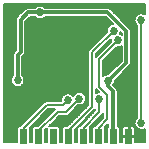
<source format=gbl>
G04 DipTrace Beta 2.3.5.2*
%INOpenSky_NoLDO.GBL*%
%MOIN*%
%ADD13C,0.008*%
%ADD14C,0.006*%
%ADD15C,0.01*%
%ADD16C,0.012*%
%ADD26C,0.027*%
%FSLAX44Y44*%
G04*
G70*
G90*
G75*
G01*
%LNBottom*%
%LPD*%
X2510Y2820D2*
D14*
Y2280D1*
X2920Y1870D1*
Y1480D1*
X2620Y1180D1*
X2550D1*
X2220Y850D1*
X4630Y4680D2*
Y4660D1*
X4400Y4430D1*
Y4120D1*
X4510Y4010D1*
Y3170D1*
X1380Y4527D2*
D16*
X3623D1*
X4250Y3900D1*
Y2850D1*
X3640Y2240D1*
Y2060D1*
X3810Y1890D1*
Y410D1*
X3830Y390D1*
X1380Y4527D2*
X977D1*
X730Y4280D1*
Y3200D1*
X630Y3100D1*
Y2260D1*
X3330Y390D2*
D13*
Y680D1*
X3610Y960D1*
Y1777D1*
X3350Y2037D1*
Y2970D1*
X3970Y3590D1*
X2830Y390D2*
Y680D1*
X3350Y1200D1*
Y1640D1*
X2330Y390D2*
Y590D1*
X3110Y1370D1*
Y3190D1*
X3830Y3910D1*
X1330Y390D2*
X1290Y430D1*
Y530D1*
X1960Y1200D1*
X2240D1*
X2690Y1650D1*
X830Y390D2*
Y670D1*
X1600Y1440D1*
X2140D1*
X2300Y1600D1*
X4750Y4270D2*
Y840D1*
D26*
X1380Y4527D3*
X3640Y2240D3*
D3*
X630Y2260D3*
X1380Y4527D3*
X3640Y2240D3*
X3970Y3590D3*
X3350Y1640D3*
X3830Y3910D3*
X2300Y1600D3*
X4750Y4270D3*
Y840D3*
X2500Y3562D3*
X2220Y850D3*
X4380Y1880D3*
X400Y3850D3*
X4630Y4680D3*
X4510Y3170D3*
X1130Y4220D3*
X2510Y2820D3*
X2690Y1650D3*
X196Y4751D2*
D14*
X1335D1*
X1426D2*
X4854D1*
X196Y4693D2*
X1218D1*
X1542D2*
X4854D1*
X196Y4634D2*
X862D1*
X3737D2*
X4854D1*
X196Y4575D2*
X804D1*
X3796D2*
X4854D1*
X196Y4517D2*
X745D1*
X3855D2*
X4854D1*
X196Y4458D2*
X687D1*
X3914D2*
X4616D1*
X196Y4399D2*
X628D1*
X3972D2*
X4557D1*
X196Y4340D2*
X584D1*
X1012D2*
X1245D1*
X1516D2*
X3589D1*
X4031D2*
X4528D1*
X196Y4282D2*
X572D1*
X953D2*
X3647D1*
X4090D2*
X4517D1*
X196Y4223D2*
X572D1*
X895D2*
X3706D1*
X4148D2*
X4521D1*
X196Y4164D2*
X572D1*
X888D2*
X3764D1*
X4207D2*
X4543D1*
X196Y4106D2*
X572D1*
X888D2*
X3709D1*
X4265D2*
X4587D1*
X196Y4047D2*
X572D1*
X888D2*
X3643D1*
X4324D2*
X4611D1*
X196Y3988D2*
X572D1*
X888D2*
X3611D1*
X4380D2*
X4611D1*
X196Y3930D2*
X572D1*
X888D2*
X3598D1*
X4405D2*
X4611D1*
X196Y3871D2*
X572D1*
X888D2*
X3598D1*
X4409D2*
X4611D1*
X196Y3812D2*
X572D1*
X888D2*
X3539D1*
X4041D2*
X4092D1*
X4409D2*
X4611D1*
X196Y3754D2*
X572D1*
X888D2*
X3481D1*
X4409D2*
X4611D1*
X196Y3695D2*
X572D1*
X888D2*
X3422D1*
X4409D2*
X4611D1*
X196Y3636D2*
X572D1*
X888D2*
X3364D1*
X4409D2*
X4611D1*
X196Y3578D2*
X572D1*
X888D2*
X3304D1*
X3691D2*
X3737D1*
X4409D2*
X4611D1*
X196Y3519D2*
X572D1*
X888D2*
X3245D1*
X3631D2*
X3706D1*
X4409D2*
X4611D1*
X196Y3460D2*
X572D1*
X888D2*
X3187D1*
X3573D2*
X3648D1*
X4409D2*
X4611D1*
X196Y3401D2*
X572D1*
X888D2*
X3128D1*
X3514D2*
X3589D1*
X4409D2*
X4611D1*
X196Y3343D2*
X572D1*
X888D2*
X3070D1*
X3456D2*
X3529D1*
X3916D2*
X4092D1*
X4409D2*
X4611D1*
X196Y3284D2*
X572D1*
X888D2*
X3011D1*
X3397D2*
X3471D1*
X3857D2*
X4092D1*
X4409D2*
X4611D1*
X196Y3225D2*
X534D1*
X888D2*
X2976D1*
X3338D2*
X3412D1*
X3798D2*
X4092D1*
X4409D2*
X4611D1*
X196Y3167D2*
X487D1*
X885D2*
X2972D1*
X3280D2*
X3354D1*
X3740D2*
X4092D1*
X4409D2*
X4611D1*
X196Y3108D2*
X472D1*
X857D2*
X2972D1*
X3248D2*
X3295D1*
X3681D2*
X4092D1*
X4409D2*
X4611D1*
X196Y3049D2*
X471D1*
X801D2*
X2972D1*
X3622D2*
X4092D1*
X4409D2*
X4611D1*
X196Y2991D2*
X471D1*
X788D2*
X2972D1*
X3564D2*
X4092D1*
X4409D2*
X4611D1*
X196Y2932D2*
X471D1*
X788D2*
X2972D1*
X3505D2*
X4092D1*
X4409D2*
X4611D1*
X196Y2873D2*
X471D1*
X788D2*
X2972D1*
X3488D2*
X4052D1*
X4409D2*
X4611D1*
X196Y2815D2*
X471D1*
X788D2*
X2972D1*
X3488D2*
X3994D1*
X4404D2*
X4611D1*
X196Y2756D2*
X471D1*
X788D2*
X2972D1*
X3488D2*
X3934D1*
X4376D2*
X4611D1*
X196Y2697D2*
X471D1*
X788D2*
X2972D1*
X3488D2*
X3876D1*
X4319D2*
X4611D1*
X196Y2639D2*
X471D1*
X788D2*
X2972D1*
X3488D2*
X3817D1*
X4260D2*
X4611D1*
X196Y2580D2*
X471D1*
X788D2*
X2972D1*
X3488D2*
X3758D1*
X4201D2*
X4611D1*
X196Y2521D2*
X471D1*
X788D2*
X2972D1*
X3488D2*
X3700D1*
X4142D2*
X4611D1*
X196Y2462D2*
X471D1*
X788D2*
X2972D1*
X3488D2*
X3588D1*
X4084D2*
X4611D1*
X196Y2404D2*
X448D1*
X812D2*
X2972D1*
X4025D2*
X4611D1*
X196Y2345D2*
X413D1*
X847D2*
X2972D1*
X3966D2*
X4611D1*
X196Y2286D2*
X398D1*
X862D2*
X2972D1*
X3908D2*
X4611D1*
X196Y2228D2*
X399D1*
X861D2*
X2972D1*
X3873D2*
X4611D1*
X196Y2169D2*
X416D1*
X844D2*
X2972D1*
X3862D2*
X4611D1*
X196Y2110D2*
X453D1*
X807D2*
X2972D1*
X3833D2*
X4611D1*
X196Y2052D2*
X533D1*
X727D2*
X2972D1*
X3870D2*
X4611D1*
X196Y1993D2*
X2972D1*
X3928D2*
X4611D1*
X196Y1934D2*
X2972D1*
X3961D2*
X4611D1*
X196Y1876D2*
X2657D1*
X2723D2*
X2972D1*
X3248D2*
X3319D1*
X3968D2*
X4611D1*
X196Y1817D2*
X2226D1*
X2373D2*
X2530D1*
X2851D2*
X2972D1*
X3968D2*
X4611D1*
X196Y1758D2*
X2131D1*
X2896D2*
X2972D1*
X3968D2*
X4611D1*
X196Y1700D2*
X2089D1*
X2918D2*
X2972D1*
X3968D2*
X4611D1*
X196Y1641D2*
X2071D1*
X2923D2*
X2972D1*
X3968D2*
X4611D1*
X196Y1582D2*
X2067D1*
X2913D2*
X2972D1*
X3968D2*
X4611D1*
X196Y1523D2*
X1490D1*
X2885D2*
X2972D1*
X3968D2*
X4611D1*
X196Y1465D2*
X1431D1*
X2828D2*
X2972D1*
X3968D2*
X4611D1*
X196Y1406D2*
X1373D1*
X2640D2*
X2953D1*
X3968D2*
X4611D1*
X196Y1347D2*
X1314D1*
X2581D2*
X2895D1*
X3968D2*
X4611D1*
X196Y1289D2*
X1256D1*
X1642D2*
X1856D1*
X2521D2*
X2836D1*
X3968D2*
X4611D1*
X196Y1230D2*
X1197D1*
X1583D2*
X1797D1*
X2463D2*
X2777D1*
X3163D2*
X3187D1*
X3968D2*
X4611D1*
X196Y1171D2*
X1138D1*
X1524D2*
X1738D1*
X2404D2*
X2719D1*
X3105D2*
X3128D1*
X3968D2*
X4611D1*
X196Y1113D2*
X1080D1*
X1466D2*
X1680D1*
X2346D2*
X2659D1*
X3046D2*
X3069D1*
X3968D2*
X4611D1*
X196Y1054D2*
X1021D1*
X1407D2*
X1621D1*
X2007D2*
X2601D1*
X2987D2*
X3011D1*
X3397D2*
X3471D1*
X3968D2*
X4611D1*
X196Y995D2*
X963D1*
X1349D2*
X1563D1*
X1949D2*
X2542D1*
X2928D2*
X2951D1*
X3338D2*
X3453D1*
X3968D2*
X4579D1*
X196Y937D2*
X904D1*
X1290D2*
X1504D1*
X1890D2*
X2483D1*
X2869D2*
X2894D1*
X3280D2*
X3394D1*
X3968D2*
X4538D1*
X196Y878D2*
X844D1*
X1231D2*
X1444D1*
X1831D2*
X2425D1*
X2811D2*
X2834D1*
X3221D2*
X3334D1*
X3968D2*
X4519D1*
X196Y819D2*
X786D1*
X1172D2*
X1386D1*
X1772D2*
X2366D1*
X2752D2*
X2776D1*
X3163D2*
X3276D1*
X3968D2*
X4518D1*
X196Y761D2*
X727D1*
X1113D2*
X1327D1*
X1713D2*
X2308D1*
X2694D2*
X2719D1*
X3104D2*
X3219D1*
X3603D2*
X3651D1*
X3968D2*
X4531D1*
X196Y702D2*
X631D1*
X1055D2*
X1130D1*
X2029D2*
X2131D1*
X3045D2*
X3130D1*
X3545D2*
X3631D1*
X4030D2*
X4130D1*
X4530D2*
X4563D1*
X196Y643D2*
X606D1*
X1053D2*
X1107D1*
X2054D2*
X2106D1*
X2576D2*
X2607D1*
X3053D2*
X3107D1*
X3554D2*
X3606D1*
X4053D2*
X4107D1*
X4553D2*
X4630D1*
X196Y584D2*
X606D1*
X1053D2*
X1107D1*
X1553D2*
X1607D1*
X2054D2*
X2106D1*
X2553D2*
X2607D1*
X3053D2*
X3107D1*
X3554D2*
X3606D1*
X4053D2*
X4107D1*
X4553D2*
X4854D1*
X196Y526D2*
X606D1*
X1053D2*
X1107D1*
X1553D2*
X1607D1*
X2054D2*
X2106D1*
X2553D2*
X2607D1*
X3053D2*
X3107D1*
X3554D2*
X3606D1*
X4053D2*
X4107D1*
X4553D2*
X4854D1*
X196Y467D2*
X606D1*
X1053D2*
X1107D1*
X1553D2*
X1607D1*
X2054D2*
X2106D1*
X2553D2*
X2607D1*
X3053D2*
X3107D1*
X3554D2*
X3606D1*
X4053D2*
X4107D1*
X4553D2*
X4854D1*
X196Y408D2*
X606D1*
X1053D2*
X1107D1*
X1553D2*
X1607D1*
X2054D2*
X2106D1*
X2553D2*
X2607D1*
X3053D2*
X3107D1*
X3554D2*
X3606D1*
X4053D2*
X4107D1*
X4553D2*
X4854D1*
X196Y350D2*
X606D1*
X1053D2*
X1107D1*
X1553D2*
X1607D1*
X2054D2*
X2106D1*
X2553D2*
X2607D1*
X3053D2*
X3107D1*
X3554D2*
X3606D1*
X4053D2*
X4107D1*
X4553D2*
X4854D1*
X196Y291D2*
X606D1*
X1053D2*
X1107D1*
X1553D2*
X1607D1*
X2054D2*
X2106D1*
X2553D2*
X2607D1*
X3053D2*
X3107D1*
X3554D2*
X3606D1*
X4053D2*
X4107D1*
X4553D2*
X4854D1*
X196Y232D2*
X606D1*
X1053D2*
X1107D1*
X1553D2*
X1607D1*
X2054D2*
X2106D1*
X2553D2*
X2607D1*
X3053D2*
X3107D1*
X3554D2*
X3606D1*
X4053D2*
X4107D1*
X4553D2*
X4854D1*
X4547Y634D2*
Y190D1*
X4860D1*
Y641D1*
X4835Y629D1*
X4807Y620D1*
X4777Y614D1*
X4747Y613D1*
X4717Y615D1*
X4688Y621D1*
X4660Y631D1*
X4633Y645D1*
X4608Y662D1*
X4586Y682D1*
X4567Y705D1*
X4551Y730D1*
X4538Y758D1*
X4529Y786D1*
X4524Y816D1*
X4523Y846D1*
X4525Y875D1*
X4532Y905D1*
X4542Y933D1*
X4556Y959D1*
X4574Y984D1*
X4594Y1006D1*
X4618Y1025D1*
Y1560D1*
Y4085D1*
X4586Y4112D1*
X4567Y4135D1*
X4551Y4160D1*
X4538Y4188D1*
X4529Y4216D1*
X4524Y4246D1*
X4523Y4276D1*
X4525Y4305D1*
X4532Y4335D1*
X4542Y4363D1*
X4556Y4389D1*
X4574Y4414D1*
X4594Y4436D1*
X4617Y4455D1*
X4643Y4471D1*
X4670Y4483D1*
X4699Y4492D1*
X4728Y4496D1*
X4758Y4497D1*
X4788Y4494D1*
X4817Y4487D1*
X4859Y4469D1*
X4860Y4720D1*
Y4810D1*
X190D1*
Y190D1*
X613D1*
Y640D1*
X617Y669D1*
X631Y696D1*
X653Y716D1*
X680Y729D1*
X705Y732D1*
X713D1*
X736Y764D1*
X1506Y1534D1*
X1530Y1552D1*
X1557Y1565D1*
X1587Y1572D1*
X1600D1*
X2075D1*
X2073Y1606D1*
X2075Y1635D1*
X2082Y1665D1*
X2092Y1693D1*
X2106Y1719D1*
X2124Y1744D1*
X2144Y1766D1*
X2167Y1785D1*
X2193Y1801D1*
X2220Y1813D1*
X2249Y1822D1*
X2278Y1826D1*
X2308Y1827D1*
X2338Y1824D1*
X2367Y1817D1*
X2395Y1806D1*
X2422Y1792D1*
X2446Y1774D1*
X2468Y1754D1*
X2480Y1738D1*
X2496Y1769D1*
X2514Y1794D1*
X2534Y1816D1*
X2557Y1835D1*
X2583Y1851D1*
X2610Y1863D1*
X2639Y1872D1*
X2668Y1876D1*
X2698Y1877D1*
X2728Y1874D1*
X2757Y1867D1*
X2785Y1856D1*
X2812Y1842D1*
X2836Y1824D1*
X2858Y1804D1*
X2876Y1780D1*
X2892Y1755D1*
X2904Y1727D1*
X2912Y1698D1*
X2917Y1650D1*
X2915Y1620D1*
X2910Y1591D1*
X2900Y1562D1*
X2886Y1535D1*
X2870Y1511D1*
X2850Y1488D1*
X2827Y1469D1*
X2802Y1452D1*
X2775Y1439D1*
X2747Y1430D1*
X2717Y1424D1*
X2687Y1423D1*
X2653Y1426D1*
X2334Y1106D1*
X2310Y1088D1*
X2283Y1075D1*
X2253Y1068D1*
X2240D1*
X2014D1*
X1799Y852D1*
X1674Y727D1*
X1710Y732D1*
X1955D1*
X1984Y728D1*
X2011Y714D1*
X2031Y692D1*
X2044Y665D1*
X2047Y640D1*
Y189D1*
X2113Y190D1*
Y640D1*
X2117Y669D1*
X2131Y696D1*
X2153Y716D1*
X2180Y729D1*
X2205Y732D1*
X2285D1*
X2978Y1425D1*
Y1700D1*
Y3190D1*
X2981Y3220D1*
X2991Y3248D1*
X3008Y3274D1*
X3016Y3284D1*
X3606Y3873D1*
X3603Y3916D1*
X3605Y3945D1*
X3612Y3975D1*
X3622Y4003D1*
X3636Y4029D1*
X3654Y4054D1*
X3674Y4076D1*
X3697Y4095D1*
X3723Y4111D1*
X3750Y4123D1*
X3779Y4132D1*
X3800Y4135D1*
X3560Y4375D1*
X1548D1*
X1517Y4346D1*
X1492Y4330D1*
X1465Y4317D1*
X1437Y4307D1*
X1407Y4302D1*
X1377Y4300D1*
X1347Y4302D1*
X1318Y4309D1*
X1290Y4319D1*
X1263Y4332D1*
X1238Y4350D1*
X1212Y4375D1*
X1040D1*
X882Y4216D1*
Y3830D1*
Y3200D1*
X879Y3170D1*
X871Y3142D1*
X857Y3115D1*
X838Y3092D1*
X783Y3037D1*
X782Y2428D1*
X798Y2414D1*
X816Y2390D1*
X832Y2365D1*
X844Y2337D1*
X852Y2308D1*
X857Y2260D1*
X855Y2230D1*
X850Y2201D1*
X840Y2172D1*
X826Y2145D1*
X810Y2121D1*
X790Y2098D1*
X767Y2079D1*
X742Y2062D1*
X715Y2049D1*
X687Y2040D1*
X657Y2034D1*
X627Y2033D1*
X597Y2035D1*
X568Y2041D1*
X540Y2051D1*
X513Y2065D1*
X488Y2082D1*
X466Y2102D1*
X447Y2125D1*
X431Y2150D1*
X418Y2178D1*
X409Y2206D1*
X404Y2236D1*
X403Y2266D1*
X405Y2295D1*
X412Y2325D1*
X422Y2353D1*
X436Y2379D1*
X454Y2404D1*
X478Y2429D1*
Y3100D1*
X481Y3130D1*
X489Y3158D1*
X503Y3185D1*
X522Y3208D1*
X577Y3263D1*
X578Y4280D1*
X581Y4310D1*
X589Y4338D1*
X603Y4365D1*
X622Y4388D1*
X870Y4635D1*
X893Y4654D1*
X919Y4668D1*
X948Y4677D1*
X977Y4680D1*
X1211D1*
X1247Y4712D1*
X1273Y4728D1*
X1300Y4740D1*
X1329Y4749D1*
X1358Y4754D1*
X1388Y4755D1*
X1418Y4752D1*
X1447Y4745D1*
X1475Y4734D1*
X1502Y4720D1*
X1526Y4702D1*
X1548Y4680D1*
X1890D1*
X3623D1*
X3652Y4677D1*
X3681Y4668D1*
X3707Y4654D1*
X3730Y4635D1*
X4358Y4008D1*
X4377Y3985D1*
X4391Y3958D1*
X4400Y3930D1*
X4402Y3900D1*
Y2850D1*
X4399Y2820D1*
X4391Y2792D1*
X4377Y2765D1*
X4358Y2742D1*
X3867Y2251D1*
X3865Y2210D1*
X3860Y2181D1*
X3850Y2152D1*
X3836Y2125D1*
X3818Y2099D1*
X3918Y1998D1*
X3937Y1975D1*
X3951Y1948D1*
X3960Y1920D1*
X3962Y1890D1*
Y732D1*
X3984Y728D1*
X4011Y714D1*
X4031Y692D1*
X4044Y665D1*
X4047Y640D1*
Y189D1*
X4113Y190D1*
Y230D1*
Y652D1*
X4120Y675D1*
X4131Y696D1*
X4148Y713D1*
X4169Y725D1*
X4192Y731D1*
X4235Y732D1*
X4467D1*
X4490Y725D1*
X4511Y714D1*
X4528Y697D1*
X4540Y676D1*
X4546Y653D1*
X4547Y634D1*
X3613Y190D2*
Y640D1*
X3617Y669D1*
X3631Y696D1*
X3658Y719D1*
Y820D1*
X3531Y693D1*
X3544Y665D1*
X3547Y640D1*
Y189D1*
X3613Y190D1*
X3113D2*
Y640D1*
X3117Y669D1*
X3131Y696D1*
X3153Y716D1*
X3185Y730D1*
X3208Y732D1*
X3228Y764D1*
X3236Y774D1*
X3478Y1016D1*
Y1140D1*
Y1165D1*
X3474Y1153D1*
X3460Y1126D1*
X3422Y1085D1*
X3031Y693D1*
X3044Y665D1*
X3047Y640D1*
Y189D1*
X3112Y190D1*
X2613D2*
Y640D1*
X2617Y669D1*
X2631Y696D1*
X2653Y716D1*
X2685Y730D1*
X2708Y732D1*
X2728Y764D1*
X2736Y774D1*
X3218Y1256D1*
Y1293D1*
X3182Y1255D1*
X2547Y619D1*
Y430D1*
Y189D1*
X2613Y190D1*
X1613D2*
Y640D1*
X1618Y670D1*
X1548Y601D1*
X1547Y189D1*
X1612Y190D1*
X1113D2*
Y640D1*
X1117Y669D1*
X1131Y696D1*
X1153Y716D1*
X1180Y729D1*
X1205Y732D1*
X1305D1*
X1867Y1294D1*
X1870Y1308D1*
X1655D1*
X1034Y687D1*
X1044Y665D1*
X1047Y640D1*
Y189D1*
X1113Y190D1*
X4098Y3837D2*
X4055Y3879D1*
X4050Y3851D1*
X4033Y3808D1*
X4065Y3796D1*
X4097Y3778D1*
X4098Y3837D1*
Y2913D2*
Y3402D1*
X4055Y3379D1*
X4027Y3370D1*
X3997Y3364D1*
X3967Y3363D1*
X3933Y3366D1*
X3482Y2915D1*
Y2403D1*
X3507Y2425D1*
X3533Y2441D1*
X3560Y2453D1*
X3589Y2462D1*
X3618Y2466D1*
X3651Y2467D1*
X4098Y2913D1*
X1548Y4375D2*
X1517Y4346D1*
X1492Y4330D1*
X1465Y4317D1*
X1437Y4307D1*
X1407Y4302D1*
X1377Y4300D1*
X1347Y4302D1*
X1318Y4309D1*
X1290Y4319D1*
X1263Y4332D1*
X1238Y4350D1*
X1212Y4375D1*
Y4680D2*
X1247Y4712D1*
X1273Y4728D1*
X1300Y4740D1*
X1329Y4749D1*
X1358Y4754D1*
X1388Y4755D1*
X1418Y4752D1*
X1447Y4745D1*
X1475Y4734D1*
X1502Y4720D1*
X1526Y4702D1*
X1548Y4680D1*
X3334Y1866D2*
X3242Y1960D1*
X3243Y1841D1*
X3270Y1853D1*
X3299Y1862D1*
X3333Y1867D1*
X3278Y3085D2*
X3746Y3554D1*
X3743Y3596D1*
X3749Y3643D1*
X3287Y3180D1*
X3243Y3136D1*
X3242Y3047D1*
X3256Y3064D1*
X3278Y3085D1*
X4330Y732D2*
D15*
Y390D1*
X4113D2*
X4547D1*
G36*
X4455Y640D2*
Y140D1*
X4205D1*
Y640D1*
X4455D1*
G37*
G36*
X3955D2*
Y140D1*
X3705D1*
Y640D1*
X3955D1*
G37*
G36*
X3455D2*
Y140D1*
X3205D1*
Y640D1*
X3455D1*
G37*
G36*
X2955D2*
Y140D1*
X2705D1*
Y640D1*
X2955D1*
G37*
G36*
X2455D2*
Y140D1*
X2205D1*
Y640D1*
X2455D1*
G37*
G36*
X1955D2*
Y140D1*
X1705D1*
Y640D1*
X1955D1*
G37*
G36*
X1455D2*
Y140D1*
X1205D1*
Y640D1*
X1455D1*
G37*
G36*
X955D2*
Y140D1*
X705D1*
Y640D1*
X955D1*
G37*
M02*

</source>
